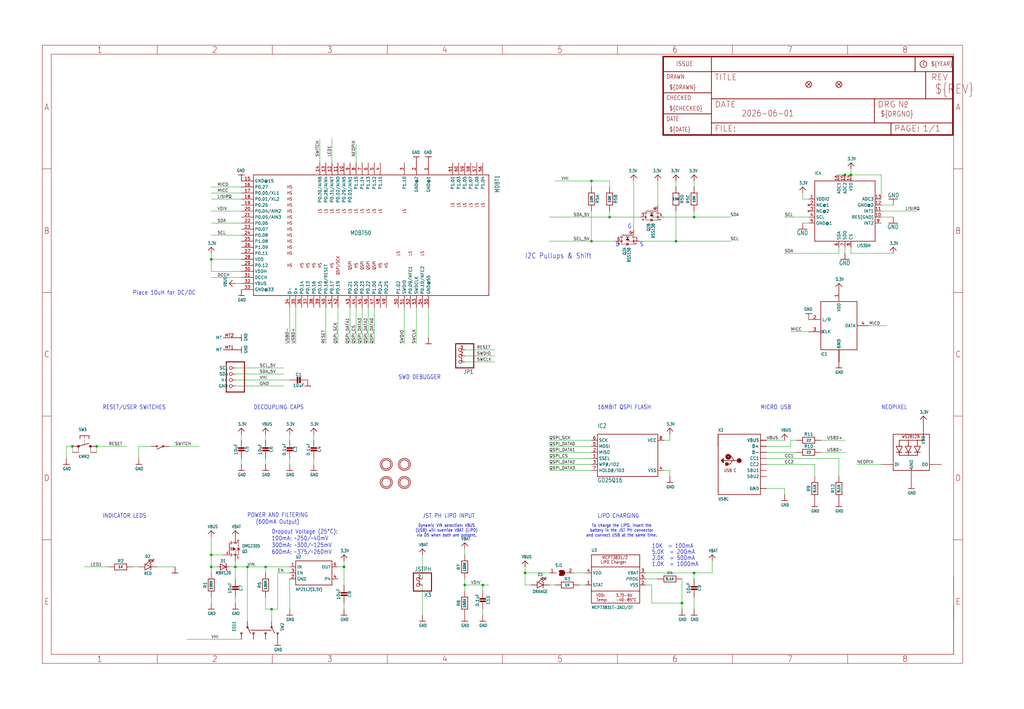
<source format=kicad_sch>
(kicad_sch (version 20230121) (generator eeschema)
  (paper "User" 430.962 298.602)
  (junction (at 292.1 241.3))
  (junction (at 287.02 254))
  (junction (at 99.06 238.76))
  (junction (at 203.2 246.38))
  (junction (at 104.14 238.76))
  (junction (at 88.9 238.76))
  (junction (at 220.98 241.3))
  (junction (at 358.14 73.66))
  (junction (at 256.54 91.44))
  (junction (at 111.76 238.76))
  (junction (at 144.78 238.76))
  (junction (at 292.1 91.44))
  (junction (at 40.64 187.96))
  (junction (at 248.92 76.2))
  (junction (at 88.9 109.22))
  (junction (at 195.58 246.38))
  (junction (at 88.9 233.68))
  (junction (at 248.92 101.6))
  (junction (at 284.48 101.6))
  (junction (at 30.48 187.96))
  (junction (at 355.6 73.66))
  (junction (at 114.3 256.54))
  (wire (pts (xy 99.06 243.84) (xy 99.06 238.76)) (stroke (width 0.1524)))
  (wire (pts (xy 88.9 109.22) (xy 88.9 106.68)) (stroke (width 0.1524)))
  (wire (pts (xy 248.92 187.96) (xy 231.14 187.96)) (stroke (width 0.1524)))
  (wire (pts (xy 337.82 83.82) (xy 337.82 81.28)) (stroke (width 0.1524)))
  (wire (pts (xy 256.54 91.44) (xy 231.14 91.44)) (stroke (width 0.1524)))
  (wire (pts (xy 116.84 241.3) (xy 116.84 256.54)) (stroke (width 0.1524)))
  (wire (pts (xy 208.28 149.86) (xy 195.58 149.86)) (stroke (width 0.1524)))
  (wire (pts (xy 276.86 86.36) (xy 276.86 76.2)) (stroke (width 0.1524)))
  (wire (pts (xy 231.14 190.5) (xy 248.92 190.5)) (stroke (width 0.1524)))
  (wire (pts (xy 71.12 187.96) (xy 83.82 187.96)) (stroke (width 0.1524)))
  (wire (pts (xy 358.14 73.66) (xy 355.6 73.66)) (stroke (width 0.1524)))
  (wire (pts (xy 121.92 243.84) (xy 121.92 256.54)) (stroke (width 0.1524)))
  (wire (pts (xy 121.92 193.04) (xy 121.92 195.58)) (stroke (width 0.1524)))
  (wire (pts (xy 284.48 101.6) (xy 307.34 101.6)) (stroke (width 0.1524)))
  (wire (pts (xy 104.14 261.62) (xy 104.14 238.76)) (stroke (width 0.1524)))
  (wire (pts (xy 152.4 129.54) (xy 152.4 144.78)) (stroke (width 0.1524)))
  (wire (pts (xy 101.6 114.3) (xy 88.9 114.3)) (stroke (width 0.1524)))
  (wire (pts (xy 279.4 91.44) (xy 292.1 91.44)) (stroke (width 0.1524)))
  (wire (pts (xy 144.78 246.38) (xy 144.78 238.76)) (stroke (width 0.1524)))
  (wire (pts (xy 111.76 241.3) (xy 111.76 238.76)) (stroke (width 0.1524)))
  (wire (pts (xy 111.76 185.42) (xy 111.76 182.88)) (stroke (width 0.1524)))
  (wire (pts (xy 104.14 238.76) (xy 111.76 238.76)) (stroke (width 0.1524)))
  (wire (pts (xy 101.6 185.42) (xy 101.6 182.88)) (stroke (width 0.1524)))
  (wire (pts (xy 330.2 185.42) (xy 322.58 185.42)) (stroke (width 0.1524)))
  (wire (pts (xy 88.9 238.76) (xy 88.9 233.68)) (stroke (width 0.1524)))
  (wire (pts (xy 274.32 254) (xy 287.02 254)) (stroke (width 0.1524)))
  (wire (pts (xy 266.7 96.52) (xy 266.7 76.2)) (stroke (width 0.1524)))
  (wire (pts (xy 101.6 269.24) (xy 78.74 269.24)) (stroke (width 0.1524)))
  (wire (pts (xy 248.92 101.6) (xy 231.14 101.6)) (stroke (width 0.1524)))
  (wire (pts (xy 358.14 71.12) (xy 358.14 73.66)) (stroke (width 0.1524)))
  (wire (pts (xy 99.06 236.22) (xy 99.06 238.76)) (stroke (width 0.1524)))
  (wire (pts (xy 132.08 185.42) (xy 132.08 182.88)) (stroke (width 0.1524)))
  (wire (pts (xy 101.6 93.98) (xy 88.9 93.98)) (stroke (width 0.1524)))
  (wire (pts (xy 340.36 83.82) (xy 337.82 83.82)) (stroke (width 0.1524)))
  (wire (pts (xy 101.6 83.82) (xy 88.9 83.82)) (stroke (width 0.1524)))
  (wire (pts (xy 88.9 114.3) (xy 88.9 109.22)) (stroke (width 0.1524)))
  (wire (pts (xy 30.48 187.96) (xy 30.48 190.5)) (stroke (width 0.1524)))
  (wire (pts (xy 27.94 187.96) (xy 27.94 193.04)) (stroke (width 0.1524)))
  (wire (pts (xy 322.58 190.5) (xy 335.28 190.5)) (stroke (width 0.1524)))
  (wire (pts (xy 134.62 68.58) (xy 134.62 58.42)) (stroke (width 0.1524)))
  (wire (pts (xy 101.6 81.28) (xy 88.9 81.28)) (stroke (width 0.1524)))
  (wire (pts (xy 99.06 157.48) (xy 119.38 157.48)) (stroke (width 0.1524)))
  (wire (pts (xy 58.42 187.96) (xy 58.42 193.04)) (stroke (width 0.1524)))
  (wire (pts (xy 177.8 259.08) (xy 177.8 246.38)) (stroke (width 0.1524)))
  (wire (pts (xy 40.64 187.96) (xy 53.34 187.96)) (stroke (width 0.1524)))
  (wire (pts (xy 195.58 147.32) (xy 208.28 147.32)) (stroke (width 0.1524)))
  (wire (pts (xy 340.36 91.44) (xy 330.2 91.44)) (stroke (width 0.1524)))
  (wire (pts (xy 88.9 241.3) (xy 88.9 238.76)) (stroke (width 0.1524)))
  (wire (pts (xy 101.6 116.84) (xy 88.9 116.84)) (stroke (width 0.1524)))
  (wire (pts (xy 248.92 88.9) (xy 248.92 101.6)) (stroke (width 0.1524)))
  (wire (pts (xy 259.08 101.6) (xy 248.92 101.6)) (stroke (width 0.1524)))
  (wire (pts (xy 63.5 187.96) (xy 58.42 187.96)) (stroke (width 0.1524)))
  (wire (pts (xy 231.14 198.12) (xy 248.92 198.12)) (stroke (width 0.1524)))
  (wire (pts (xy 137.16 129.54) (xy 137.16 144.78)) (stroke (width 0.1524)))
  (wire (pts (xy 195.58 243.84) (xy 195.58 246.38)) (stroke (width 0.1524)))
  (wire (pts (xy 99.06 251.46) (xy 99.06 254)) (stroke (width 0.1524)))
  (wire (pts (xy 99.06 162.56) (xy 119.38 162.56)) (stroke (width 0.1524)))
  (wire (pts (xy 365.76 137.16) (xy 373.38 137.16)) (stroke (width 0.1524)))
  (wire (pts (xy 375.92 106.68) (xy 358.14 106.68)) (stroke (width 0.1524)))
  (wire (pts (xy 269.24 101.6) (xy 284.48 101.6)) (stroke (width 0.1524)))
  (wire (pts (xy 256.54 78.74) (xy 256.54 76.2)) (stroke (width 0.1524)))
  (wire (pts (xy 248.92 76.2) (xy 256.54 76.2)) (stroke (width 0.1524)))
  (wire (pts (xy 287.02 243.84) (xy 287.02 254)) (stroke (width 0.1524)))
  (wire (pts (xy 45.72 238.76) (xy 35.56 238.76)) (stroke (width 0.1524)))
  (wire (pts (xy 111.76 256.54) (xy 111.76 251.46)) (stroke (width 0.1524)))
  (wire (pts (xy 195.58 246.38) (xy 203.2 246.38)) (stroke (width 0.1524)))
  (wire (pts (xy 195.58 246.38) (xy 195.58 248.92)) (stroke (width 0.1524)))
  (wire (pts (xy 111.76 193.04) (xy 111.76 195.58)) (stroke (width 0.1524)))
  (wire (pts (xy 281.94 198.12) (xy 281.94 200.66)) (stroke (width 0.1524)))
  (wire (pts (xy 292.1 241.3) (xy 299.72 241.3)) (stroke (width 0.1524)))
  (wire (pts (xy 101.6 78.74) (xy 88.9 78.74)) (stroke (width 0.1524)))
  (wire (pts (xy 292.1 91.44) (xy 307.34 91.44)) (stroke (width 0.1524)))
  (wire (pts (xy 220.98 246.38) (xy 220.98 241.3)) (stroke (width 0.1524)))
  (wire (pts (xy 322.58 187.96) (xy 332.74 187.96)) (stroke (width 0.1524)))
  (wire (pts (xy 195.58 231.14) (xy 195.58 233.68)) (stroke (width 0.1524)))
  (wire (pts (xy 271.78 243.84) (xy 276.86 243.84)) (stroke (width 0.1524)))
  (wire (pts (xy 114.3 261.62) (xy 114.3 256.54)) (stroke (width 0.1524)))
  (wire (pts (xy 284.48 78.74) (xy 284.48 76.2)) (stroke (width 0.1524)))
  (wire (pts (xy 248.92 185.42) (xy 231.14 185.42)) (stroke (width 0.1524)))
  (wire (pts (xy 195.58 152.4) (xy 208.28 152.4)) (stroke (width 0.1524)))
  (wire (pts (xy 355.6 185.42) (xy 345.44 185.42)) (stroke (width 0.1524)))
  (wire (pts (xy 121.92 238.76) (xy 111.76 238.76)) (stroke (width 0.1524)))
  (wire (pts (xy 248.92 76.2) (xy 248.92 78.74)) (stroke (width 0.1524)))
  (wire (pts (xy 223.52 246.38) (xy 220.98 246.38)) (stroke (width 0.1524)))
  (wire (pts (xy 292.1 243.84) (xy 292.1 241.3)) (stroke (width 0.1524)))
  (wire (pts (xy 269.24 91.44) (xy 256.54 91.44)) (stroke (width 0.1524)))
  (wire (pts (xy 149.86 68.58) (xy 149.86 60.96)) (stroke (width 0.1524)))
  (wire (pts (xy 370.84 73.66) (xy 358.14 73.66)) (stroke (width 0.1524)))
  (wire (pts (xy 322.58 205.74) (xy 330.2 205.74)) (stroke (width 0.1524)))
  (wire (pts (xy 358.14 106.68) (xy 358.14 104.14)) (stroke (width 0.1524)))
  (wire (pts (xy 144.78 254) (xy 144.78 256.54)) (stroke (width 0.1524)))
  (wire (pts (xy 121.92 241.3) (xy 116.84 241.3)) (stroke (width 0.1524)))
  (wire (pts (xy 370.84 91.44) (xy 375.92 91.44)) (stroke (width 0.1524)))
  (wire (pts (xy 101.6 109.22) (xy 88.9 109.22)) (stroke (width 0.1524)))
  (wire (pts (xy 279.4 198.12) (xy 281.94 198.12)) (stroke (width 0.1524)))
  (wire (pts (xy 175.26 129.54) (xy 175.26 144.78)) (stroke (width 0.1524)))
  (wire (pts (xy 177.8 233.68) (xy 177.8 243.84)) (stroke (width 0.1524)))
  (wire (pts (xy 233.68 76.2) (xy 248.92 76.2)) (stroke (width 0.1524)))
  (wire (pts (xy 355.6 73.66) (xy 353.06 73.66)) (stroke (width 0.1524)))
  (wire (pts (xy 170.18 129.54) (xy 170.18 144.78)) (stroke (width 0.1524)))
  (wire (pts (xy 284.48 88.9) (xy 284.48 101.6)) (stroke (width 0.1524)))
  (wire (pts (xy 99.06 238.76) (xy 104.14 238.76)) (stroke (width 0.1524)))
  (wire (pts (xy 88.9 254) (xy 88.9 251.46)) (stroke (width 0.1524)))
  (wire (pts (xy 353.06 193.04) (xy 353.06 200.66)) (stroke (width 0.1524)))
  (wire (pts (xy 322.58 195.58) (xy 342.9 195.58)) (stroke (width 0.1524)))
  (wire (pts (xy 274.32 246.38) (xy 274.32 254)) (stroke (width 0.1524)))
  (wire (pts (xy 149.86 144.78) (xy 149.86 129.54)) (stroke (width 0.1524)))
  (wire (pts (xy 281.94 185.42) (xy 281.94 182.88)) (stroke (width 0.1524)))
  (wire (pts (xy 157.48 129.54) (xy 157.48 144.78)) (stroke (width 0.1524)))
  (wire (pts (xy 142.24 144.78) (xy 142.24 129.54)) (stroke (width 0.1524)))
  (wire (pts (xy 231.14 193.04) (xy 248.92 193.04)) (stroke (width 0.1524)))
  (wire (pts (xy 256.54 88.9) (xy 256.54 91.44)) (stroke (width 0.1524)))
  (wire (pts (xy 355.6 190.5) (xy 345.44 190.5)) (stroke (width 0.1524)))
  (wire (pts (xy 99.06 160.02) (xy 121.92 160.02)) (stroke (width 0.1524)))
  (wire (pts (xy 370.84 195.58) (xy 360.68 195.58)) (stroke (width 0.1524)))
  (wire (pts (xy 231.14 246.38) (xy 233.68 246.38)) (stroke (width 0.1524)))
  (wire (pts (xy 241.3 241.3) (xy 246.38 241.3)) (stroke (width 0.1524)))
  (wire (pts (xy 101.6 88.9) (xy 88.9 88.9)) (stroke (width 0.1524)))
  (wire (pts (xy 337.82 93.98) (xy 340.36 93.98)) (stroke (width 0.1524)))
  (wire (pts (xy 231.14 195.58) (xy 248.92 195.58)) (stroke (width 0.1524)))
  (wire (pts (xy 271.78 246.38) (xy 274.32 246.38)) (stroke (width 0.1524)))
  (wire (pts (xy 279.4 185.42) (xy 281.94 185.42)) (stroke (width 0.1524)))
  (wire (pts (xy 121.92 185.42) (xy 121.92 182.88)) (stroke (width 0.1524)))
  (wire (pts (xy 99.06 154.94) (xy 119.38 154.94)) (stroke (width 0.1524)))
  (wire (pts (xy 299.72 236.22) (xy 299.72 241.3)) (stroke (width 0.1524)))
  (wire (pts (xy 353.06 104.14) (xy 353.06 106.68)) (stroke (width 0.1524)))
  (wire (pts (xy 342.9 195.58) (xy 342.9 200.66)) (stroke (width 0.1524)))
  (wire (pts (xy 114.3 256.54) (xy 111.76 256.54)) (stroke (width 0.1524)))
  (wire (pts (xy 154.94 129.54) (xy 154.94 144.78)) (stroke (width 0.1524)))
  (wire (pts (xy 101.6 99.06) (xy 88.9 99.06)) (stroke (width 0.1524)))
  (wire (pts (xy 203.2 246.38) (xy 205.74 246.38)) (stroke (width 0.1524)))
  (wire (pts (xy 40.64 190.5) (xy 40.64 187.96)) (stroke (width 0.1524)))
  (wire (pts (xy 322.58 193.04) (xy 353.06 193.04)) (stroke (width 0.1524)))
  (wire (pts (xy 287.02 254) (xy 287.02 256.54)) (stroke (width 0.1524)))
  (wire (pts (xy 116.84 256.54) (xy 114.3 256.54)) (stroke (width 0.1524)))
  (wire (pts (xy 132.08 193.04) (xy 132.08 195.58)) (stroke (width 0.1524)))
  (wire (pts (xy 243.84 246.38) (xy 246.38 246.38)) (stroke (width 0.1524)))
  (wire (pts (xy 101.6 119.38) (xy 99.06 119.38)) (stroke (width 0.1524)))
  (wire (pts (xy 93.98 233.68) (xy 88.9 233.68)) (stroke (width 0.1524)))
  (wire (pts (xy 355.6 106.68) (xy 355.6 104.14)) (stroke (width 0.1524)))
  (wire (pts (xy 147.32 144.78) (xy 147.32 129.54)) (stroke (width 0.1524)))
  (wire (pts (xy 292.1 78.74) (xy 292.1 76.2)) (stroke (width 0.1524)))
  (wire (pts (xy 332.74 187.96) (xy 332.74 185.42)) (stroke (width 0.1524)))
  (wire (pts (xy 292.1 241.3) (xy 271.78 241.3)) (stroke (width 0.1524)))
  (wire (pts (xy 203.2 246.38) (xy 203.2 248.92)) (stroke (width 0.1524)))
  (wire (pts (xy 88.9 233.68) (xy 88.9 226.06)) (stroke (width 0.1524)))
  (wire (pts (xy 180.34 142.24) (xy 180.34 129.54)) (stroke (width 0.1524)))
  (wire (pts (xy 292.1 88.9) (xy 292.1 91.44)) (stroke (width 0.1524)))
  (wire (pts (xy 101.6 193.04) (xy 101.6 195.58)) (stroke (width 0.1524)))
  (wire (pts (xy 139.7 68.58) (xy 139.7 58.42)) (stroke (width 0.1524)))
  (wire (pts (xy 220.98 241.3) (xy 231.14 241.3)) (stroke (width 0.1524)))
  (wire (pts (xy 370.84 86.36) (xy 375.92 86.36)) (stroke (width 0.1524)))
  (wire (pts (xy 91.44 238.76) (xy 88.9 238.76)) (stroke (width 0.1524)))
  (wire (pts (xy 124.46 129.54) (xy 124.46 144.78)) (stroke (width 0.1524)))
  (wire (pts (xy 370.84 88.9) (xy 386.08 88.9)) (stroke (width 0.1524)))
  (wire (pts (xy 340.36 139.7) (xy 332.74 139.7)) (stroke (width 0.1524)))
  (wire (pts (xy 142.24 238.76) (xy 144.78 238.76)) (stroke (width 0.1524)))
  (wire (pts (xy 220.98 238.76) (xy 220.98 241.3)) (stroke (width 0.1524)))
  (wire (pts (xy 58.42 238.76) (xy 55.88 238.76)) (stroke (width 0.1524)))
  (wire (pts (xy 330.2 205.74) (xy 330.2 208.28)) (stroke (width 0.1524)))
  (wire (pts (xy 144.78 238.76) (xy 144.78 236.22)) (stroke (width 0.1524)))
  (wire (pts (xy 370.84 83.82) (xy 370.84 73.66)) (stroke (width 0.1524)))
  (wire (pts (xy 96.52 238.76) (xy 99.06 238.76)) (stroke (width 0.1524)))
  (wire (pts (xy 203.2 259.08) (xy 203.2 256.54)) (stroke (width 0.1524)))
  (wire (pts (xy 121.92 144.78) (xy 121.92 129.54)) (stroke (width 0.1524)))
  (wire (pts (xy 30.48 187.96) (xy 27.94 187.96)) (stroke (width 0.1524)))
  (wire (pts (xy 292.1 251.46) (xy 292.1 256.54)) (stroke (width 0.1524)))
  (wire (pts (xy 353.06 106.68) (xy 330.2 106.68)) (stroke (width 0.1524)))
  (wire (pts (xy 73.66 238.76) (xy 66.04 238.76)) (stroke (width 0.1524)))
  (wire (pts (xy 332.74 185.42) (xy 335.28 185.42)) (stroke (width 0.1524)))
  (text "Dropout Voltage (25°C):\n100mA: ~250/~40mV\n300mA: ~300/~125mV\n600mA: ~375/~260mV" (at 114.3 233.68 0) (effects (font (size 1.778 1.5113)) (justify left bottom)))
  (text "10K  = 100mA" (at 274.32 231.14 0) (effects (font (size 1.778 1.5113)) (justify left bottom)))
  (text "G" (at 264.16 96.52 0) (effects (font (size 1.778 1.5113)) (justify left bottom)))
  (text "16MBIT QSPI FLASH" (at 251.46 172.72 0) (effects (font (size 1.778 1.5113)) (justify left bottom)))
  (text "To charge the LIPO, insert the\nbattery in the JST PH connector\nand connect USB at the same time." (at 261.62 223.52 0) (effects (font (size 1.27 1.0795))))
  (text "POWER AND FILTERING\n(600mA Output)" (at 116.84 220.98 0) (effects (font (size 1.778 1.5113)) (justify bottom)))
  (text "1.0K  = 1000mA" (at 274.32 238.76 0) (effects (font (size 1.778 1.5113)) (justify left bottom)))
  (text "DECOUPLING CAPS" (at 106.68 172.72 0) (effects (font (size 1.778 1.5113)) (justify left bottom)))
  (text "RESET/USER SWITCHES" (at 43.18 172.72 0) (effects (font (size 1.778 1.5113)) (justify left bottom)))
  (text "MICRO USB" (at 320.04 172.72 0) (effects (font (size 1.778 1.5113)) (justify left bottom)))
  (text "LIPO CHARGING" (at 251.46 218.44 0) (effects (font (size 1.778 1.5113)) (justify left bottom)))
  (text "D" (at 259.08 104.14 0) (effects (font (size 1.778 1.5113)) (justify left bottom)))
  (text "INDICATOR LEDS" (at 43.18 218.44 0) (effects (font (size 1.778 1.5113)) (justify left bottom)))
  (text "I2C Pullups & Shift" (at 220.98 109.22 0) (effects (font (size 2.1844 1.8567)) (justify left bottom)))
  (text "JST PH LIPO INPUT" (at 177.8 218.44 0) (effects (font (size 1.778 1.5113)) (justify left bottom)))
  (text "SWD DEBUGGER" (at 167.64 160.02 0) (effects (font (size 1.778 1.5113)) (justify left bottom)))
  (text "S" (at 269.24 104.14 0) (effects (font (size 1.778 1.5113)) (justify left bottom)))
  (text "NEOPIXEL" (at 370.84 172.72 0) (effects (font (size 1.778 1.5113)) (justify left bottom)))
  (text "5.0K  = 200mA" (at 274.32 233.68 0) (effects (font (size 1.778 1.5113)) (justify left bottom)))
  (text "2.0K  = 500mA" (at 274.32 236.22 0) (effects (font (size 1.778 1.5113)) (justify left bottom)))
  (text "Place 10uH for DC/DC" (at 55.88 124.46 0) (effects (font (size 1.778 1.5113)) (justify left bottom)))
  (text "Dynamic VIN selection: VBUS\n(USB) will override VBAT (LIPO)\nvia D5 when both are present." (at 187.96 223.52 0) (effects (font (size 1.27 1.0795))))
  (label "LED1" (at 139.7 66.04 90) (effects (font (size 1.2446 1.2446))))
  (label "QSPI_DATA1" (at 147.32 144.78 90) (effects (font (size 1.2446 1.2446))))
  (label "GND" (at 109.22 162.56 0) (effects (font (size 1.2446 1.2446))))
  (label "SWCLK" (at 175.26 144.78 90) (effects (font (size 1.2446 1.2446))))
  (label "QSPI_CS" (at 231.14 193.04 0) (effects (font (size 1.2446 1.2446))))
  (label "LISIRQ" (at 381 88.9 0) (effects (font (size 1.2446 1.2446))))
  (label "QSPI_SCK" (at 142.24 144.78 90) (effects (font (size 1.2446 1.2446))))
  (label "VHI" (at 236.22 76.2 0) (effects (font (size 1.2446 1.2446))))
  (label "QSPI_DATA2" (at 231.14 195.58 0) (effects (font (size 1.2446 1.2446))))
  (label "MICC" (at 332.74 139.7 0) (effects (font (size 1.2446 1.2446))))
  (label "SCL_5V" (at 109.22 154.94 0) (effects (font (size 1.2446 1.2446))))
  (label "NEOPIX" (at 360.68 195.58 0) (effects (font (size 1.2446 1.2446))))
  (label "USBD-" (at 121.92 144.78 90) (effects (font (size 1.2446 1.2446))))
  (label "SCL_5V" (at 241.3 101.6 0) (effects (font (size 1.2446 1.2446))))
  (label "VDIV" (at 198.12 246.38 0) (effects (font (size 1.2446 1.2446))))
  (label "MICD" (at 91.44 78.74 0) (effects (font (size 1.2446 1.2446))))
  (label "LISIRQ" (at 91.44 83.82 0) (effects (font (size 1.2446 1.2446))))
  (label "LED1" (at 38.1 238.76 0) (effects (font (size 1.2446 1.2446))))
  (label "SCL" (at 307.34 101.6 0) (effects (font (size 1.2446 1.2446))))
  (label "QSPI_DATA2" (at 154.94 144.78 90) (effects (font (size 1.2446 1.2446))))
  (label "QSPI_DATA3" (at 152.4 144.78 90) (effects (font (size 1.2446 1.2446))))
  (label "SDA" (at 307.34 91.44 0) (effects (font (size 1.2446 1.2446))))
  (label "SDA_5V" (at 109.22 157.48 0) (effects (font (size 1.2446 1.2446))))
  (label "VHI" (at 88.9 269.24 0) (effects (font (size 1.2446 1.2446))))
  (label "SWITCH" (at 73.66 187.96 0) (effects (font (size 1.2446 1.2446))))
  (label "SDA" (at 330.2 106.68 0) (effects (font (size 1.2446 1.2446))))
  (label "VDIV" (at 91.44 88.9 0) (effects (font (size 1.2446 1.2446))))
  (label "USBD+" (at 347.98 185.42 0) (effects (font (size 1.2446 1.2446))))
  (label "VBUS" (at 322.58 185.42 0) (effects (font (size 1.2446 1.2446))))
  (label "NEOPIX" (at 149.86 66.04 90) (effects (font (size 1.2446 1.2446))))
  (label "QSPI_DATA0" (at 231.14 187.96 0) (effects (font (size 1.2446 1.2446))))
  (label "SDA_5V" (at 241.3 91.44 0) (effects (font (size 1.2446 1.2446))))
  (label "CC1" (at 330.2 193.04 0) (effects (font (size 1.2446 1.2446))))
  (label "SCL" (at 91.44 99.06 0) (effects (font (size 1.2446 1.2446))))
  (label "RESET" (at 45.72 187.96 0) (effects (font (size 1.2446 1.2446))))
  (label "RESET" (at 200.66 147.32 0) (effects (font (size 1.2446 1.2446))))
  (label "QSPI_DATA3" (at 231.14 198.12 0) (effects (font (size 1.2446 1.2446))))
  (label "SWDIO" (at 170.18 144.78 90) (effects (font (size 1.2446 1.2446))))
  (label "SWDIO" (at 200.66 149.86 0) (effects (font (size 1.2446 1.2446))))
  (label "MICC" (at 91.44 81.28 0) (effects (font (size 1.2446 1.2446))))
  (label "USBD+" (at 124.46 144.78 90) (effects (font (size 1.2446 1.2446))))
  (label "QSPI_CS" (at 149.86 144.78 90) (effects (font (size 1.2446 1.2446))))
  (label "CC2" (at 330.2 195.58 0) (effects (font (size 1.2446 1.2446))))
  (label "QSPI_DATA1" (at 231.14 190.5 0) (effects (font (size 1.2446 1.2446))))
  (label "QSPI_DATA0" (at 157.48 144.78 90) (effects (font (size 1.2446 1.2446))))
  (label "DCCH" (at 91.44 116.84 0) (effects (font (size 1.2446 1.2446))))
  (label "SWITCH" (at 134.62 66.04 90) (effects (font (size 1.2446 1.2446))))
  (label "MICD" (at 365.76 137.16 0) (effects (font (size 1.2446 1.2446))))
  (label "QSPI_SCK" (at 231.14 185.42 0) (effects (font (size 1.2446 1.2446))))
  (label "SCL" (at 330.2 91.44 0) (effects (font (size 1.2446 1.2446))))
  (label "VHI" (at 109.22 160.02 0) (effects (font (size 1.2446 1.2446))))
  (label "SDA" (at 91.44 93.98 0) (effects (font (size 1.2446 1.2446))))
  (label "VIN" (at 104.14 238.76 0) (effects (font (size 1.2446 1.2446))))
  (label "EN" (at 116.84 241.3 0) (effects (font (size 1.2446 1.2446))))
  (label "RESET" (at 137.16 144.78 90) (effects (font (size 1.2446 1.2446))))
  (label "USBD-" (at 347.98 190.5 0) (effects (font (size 1.2446 1.2446))))
  (label "SWCLK" (at 200.66 152.4 0) (effects (font (size 1.2446 1.2446))))
  (symbol (lib_id "working-eagle-import:adafruit_power_3.3V") (at 266.7 73.66 0) (mirror y) (unit 1)
    (property "Reference" "#U$61" (effects hide))
    (property "Value" "3.3V" (at 268.224 72.644 0) (effects (font (size 1.27 1.0795)) (justify left bottom)))
  )
  (symbol (lib_id "working-eagle-import:VBAT") (at 195.58 228.6 0) (unit 1)
    (property "Reference" "#U$58" (effects hide))
    (property "Value" "VBAT" (at 194.056 227.584 0) (effects (font (size 1.27 1.0795)) (justify left bottom)))
  )
  (symbol (lib_id "working-eagle-import:RESISTOR_0603_NOOUT") (at 238.76 246.38 0) (unit 1)
    (property "Reference" "R3" (at 238.76 243.84 0))
    (property "Value" "1K" (at 238.76 246.38 0) (effects (font (size 1.016 1.016) bold)))
    (property "Footprint" "working:0603-NO" (effects hide))
  )
  (symbol (lib_id "working-eagle-import:VREG_SOT23-5") (at 132.08 241.3 0) (unit 1)
    (property "Reference" "U2" (at 124.46 235.204 0) (effects (font (size 1.27 1.0795)) (justify left bottom)))
    (property "Value" "AP2112(3.3V)" (at 124.46 248.92 0) (effects (font (size 1.27 1.0795)) (justify left bottom)))
    (property "Footprint" "working:SOT23-5" (effects hide))
  )
  (symbol (lib_id "working-eagle-import:RESISTOR_4PACK") (at 256.54 83.82 270) (unit 2)
    (property "Reference" "R5" (at 259.08 83.82 0))
    (property "Value" "10K" (at 256.54 83.82 0) (effects (font (size 1.016 1.016) bold)))
    (property "Footprint" "working:RESPACK_4X0603" (effects hide))
  )
  (symbol (lib_id "working-eagle-import:MOUNTINGHOLE_SLOT4MM") (at 170.18 195.58 0) (unit 1)
    (property "Reference" "U$14" (effects hide))
    (property "Value" "MOUNTINGHOLE_SLOT4MM" (effects hide))
    (property "Footprint" "working:SLOT_4MM_PLATED" (effects hide))
  )
  (symbol (lib_id "working-eagle-import:GND") (at 330.2 210.82 0) (unit 1)
    (property "Reference" "#U$19" (effects hide))
    (property "Value" "GND" (at 328.676 213.36 0) (effects (font (size 1.27 1.0795)) (justify left bottom)))
  )
  (symbol (lib_id "working-eagle-import:HEADER-1X3ROUND") (at 193.04 149.86 180) (unit 1)
    (property "Reference" "JP1" (at 199.39 155.575 0) (effects (font (size 1.778 1.5113)) (justify left bottom)))
    (property "Value" "HEADER-1X3ROUND" (effects hide))
    (property "Footprint" "working:1X03_ROUND" (effects hide))
  )
  (symbol (lib_id "working-eagle-import:FIDUCIAL_1MM") (at 340.36 35.56 0) (unit 1)
    (property "Reference" "FID1" (effects hide))
    (property "Value" "FIDUCIAL_1MM" (effects hide))
    (property "Footprint" "working:FIDUCIAL_1MM" (effects hide))
  )
  (symbol (lib_id "working-eagle-import:GND") (at 111.76 198.12 0) (unit 1)
    (property "Reference" "#U$25" (effects hide))
    (property "Value" "GND" (at 110.236 200.66 0) (effects (font (size 1.27 1.0795)) (justify left bottom)))
  )
  (symbol (lib_id "working-eagle-import:VBUS") (at 330.2 182.88 0) (unit 1)
    (property "Reference" "#U$21" (effects hide))
    (property "Value" "VBUS" (at 328.676 181.864 0) (effects (font (size 1.27 1.0795)) (justify left bottom)))
  )
  (symbol (lib_id "working-eagle-import:MOSFET-N_DUAL") (at 274.32 88.9 90) (mirror x) (unit 2)
    (property "Reference" "Q2" (at 273.685 93.98 0) (effects (font (size 1.27 1.0795)) (justify left bottom)))
    (property "Value" "BSS138" (at 275.59 93.98 0) (effects (font (size 1.27 1.0795)) (justify left bottom)))
    (property "Footprint" "working:SOT363" (effects hide))
  )
  (symbol (lib_id "working-eagle-import:RESISTOR_4PACK") (at 292.1 83.82 90) (mirror x) (unit 3)
    (property "Reference" "R5" (at 289.56 83.82 0))
    (property "Value" "10K" (at 292.1 83.82 0) (effects (font (size 1.016 1.016) bold)))
    (property "Footprint" "working:RESPACK_4X0603" (effects hide))
  )
  (symbol (lib_id "working-eagle-import:GND") (at 116.84 271.78 0) (unit 1)
    (property "Reference" "#U$17" (effects hide))
    (property "Value" "GND" (at 115.316 274.32 0) (effects (font (size 1.27 1.0795)) (justify left bottom)))
  )
  (symbol (lib_id "working-eagle-import:RESISTOR_4PACK") (at 284.48 83.82 270) (mirror x) (unit 4)
    (property "Reference" "R5" (at 287.02 83.82 0))
    (property "Value" "10K" (at 284.48 83.82 90) (effects (font (size 1.016 1.016) bold)))
    (property "Footprint" "working:RESPACK_4X0603" (effects hide))
  )
  (symbol (lib_id "working-eagle-import:adafruit_power_3.3V") (at 276.86 73.66 0) (mirror y) (unit 1)
    (property "Reference" "#U$62" (effects hide))
    (property "Value" "3.3V" (at 278.384 72.644 0) (effects (font (size 1.27 1.0795)) (justify left bottom)))
  )
  (symbol (lib_id "working-eagle-import:FRAME_A3") (at 17.78 279.4 0) (unit 1)
    (property "Reference" "#FRAME1" (effects hide))
    (property "Value" "FRAME_A3" (effects hide))
  )
  (symbol (lib_id "working-eagle-import:VBAT") (at 299.72 233.68 0) (unit 1)
    (property "Reference" "#U$3" (effects hide))
    (property "Value" "VBAT" (at 298.196 232.664 0) (effects (font (size 1.27 1.0795)) (justify left bottom)))
  )
  (symbol (lib_id "working-eagle-import:MOUNTINGHOLE_SLOT4MM") (at 162.56 195.58 0) (unit 1)
    (property "Reference" "U$16" (effects hide))
    (property "Value" "MOUNTINGHOLE_SLOT4MM" (effects hide))
    (property "Footprint" "working:SLOT_4MM_PLATED" (effects hide))
  )
  (symbol (lib_id "working-eagle-import:STEMMA_I2C_QT") (at 99.06 142.24 180) (unit 3)
    (property "Reference" "CONN1" (effects hide))
    (property "Value" "STEMMA_I2C_QT" (effects hide))
    (property "Footprint" "working:JST_SH4" (effects hide))
  )
  (symbol (lib_id "working-eagle-import:GND") (at 101.6 147.32 90) (unit 1)
    (property "Reference" "#U$20" (effects hide))
    (property "Value" "GND" (at 104.14 148.844 0) (effects (font (size 1.27 1.0795)) (justify left bottom)))
  )
  (symbol (lib_id "working-eagle-import:GND") (at 175.26 66.04 180) (unit 1)
    (property "Reference" "#U$51" (effects hide))
    (property "Value" "GND" (at 176.784 63.5 0) (effects (font (size 1.27 1.0795)) (justify left bottom)))
  )
  (symbol (lib_id "working-eagle-import:LED0805_NOOUTLINE") (at 63.5 238.76 0) (unit 1)
    (property "Reference" "D2" (at 62.23 234.315 0) (effects (font (size 1.27 1.0795))))
    (property "Value" "RED" (at 62.23 241.554 0) (effects (font (size 1.27 1.0795))))
    (property "Footprint" "working:CHIPLED_0805_NOOUTLINE" (effects hide))
  )
  (symbol (lib_id "working-eagle-import:FRAME_A3") (at 279.4 58.42 0) (unit 3)
    (property "Reference" "#FRAME1" (effects hide))
    (property "Value" "FRAME_A3" (effects hide))
  )
  (symbol (lib_id "working-eagle-import:CAP_CERAMIC0805-NOOUTLINE") (at 101.6 187.96 180) (unit 1)
    (property "Reference" "C5" (at 103.89 189.21 90))
    (property "Value" "10uF" (at 99.3 189.21 90))
    (property "Footprint" "working:0805-NO" (effects hide))
  )
  (symbol (lib_id "working-eagle-import:GND") (at 180.34 144.78 0) (unit 1)
    (property "Reference" "#U$54" (effects hide))
    (property "Value" "GND" (effects hide))
  )
  (symbol (lib_id "working-eagle-import:GND") (at 144.78 259.08 0) (unit 1)
    (property "Reference" "#U$5" (effects hide))
    (property "Value" "GND" (at 143.256 261.62 0) (effects (font (size 1.27 1.0795)) (justify left bottom)))
  )
  (symbol (lib_id "working-eagle-import:CAP_CERAMIC0805-NOOUTLINE") (at 124.46 160.02 270) (unit 1)
    (property "Reference" "C1" (at 125.71 157.73 90))
    (property "Value" "10uF" (at 125.71 162.32 90))
    (property "Footprint" "working:0805-NO" (effects hide))
  )
  (symbol (lib_id "working-eagle-import:GND") (at 58.42 195.58 0) (unit 1)
    (property "Reference" "#U$8" (effects hide))
    (property "Value" "GND" (at 56.896 198.12 0) (effects (font (size 1.27 1.0795)) (justify left bottom)))
  )
  (symbol (lib_id "working-eagle-import:VBUS") (at 111.76 180.34 0) (unit 1)
    (property "Reference" "#U$29" (effects hide))
    (property "Value" "VBUS" (at 110.236 179.324 0) (effects (font (size 1.27 1.0795)) (justify left bottom)))
  )
  (symbol (lib_id "working-eagle-import:GND") (at 342.9 213.36 0) (unit 1)
    (property "Reference" "#U$26" (effects hide))
    (property "Value" "GND" (at 341.376 215.9 0) (effects (font (size 1.27 1.0795)) (justify left bottom)))
  )
  (symbol (lib_id "working-eagle-import:GND") (at 353.06 213.36 0) (unit 1)
    (property "Reference" "#U$27" (effects hide))
    (property "Value" "GND" (at 351.536 215.9 0) (effects (font (size 1.27 1.0795)) (justify left bottom)))
  )
  (symbol (lib_id "working-eagle-import:CAP_CERAMIC0805-NOOUTLINE") (at 144.78 248.92 180) (unit 1)
    (property "Reference" "C8" (at 147.07 250.17 90))
    (property "Value" "10uF" (at 142.48 250.17 90))
    (property "Footprint" "working:0805-NO" (effects hide))
  )
  (symbol (lib_id "working-eagle-import:GND") (at 88.9 256.54 0) (unit 1)
    (property "Reference" "#U$44" (effects hide))
    (property "Value" "GND" (at 87.376 259.08 0) (effects (font (size 1.27 1.0795)) (justify left bottom)))
  )
  (symbol (lib_id "working-eagle-import:RESISTOR_0603_NOOUT") (at 195.58 238.76 90) (unit 1)
    (property "Reference" "R7" (at 193.04 238.76 0))
    (property "Value" "100K" (at 195.58 238.76 0) (effects (font (size 1.016 1.016) bold)))
    (property "Footprint" "working:0603-NO" (effects hide))
  )
  (symbol (lib_id "working-eagle-import:ACCEL_LIS3DHTR") (at 355.6 88.9 0) (unit 1)
    (property "Reference" "IC4" (at 342.9 73.66 0) (effects (font (size 1.27 1.0795)) (justify left bottom)))
    (property "Value" "LIS3DH" (at 360.68 104.14 0) (effects (font (size 1.27 1.0795)) (justify left bottom)))
    (property "Footprint" "working:LGA16_3X3MM" (effects hide))
  )
  (symbol (lib_id "working-eagle-import:CAP_CERAMIC0805-NOOUTLINE") (at 111.76 187.96 180) (unit 1)
    (property "Reference" "C6" (at 114.05 189.21 90))
    (property "Value" "10uF" (at 109.46 189.21 90))
    (property "Footprint" "working:0805-NO" (effects hide))
  )
  (symbol (lib_id "working-eagle-import:RESISTOR_0603_NOOUT") (at 281.94 243.84 0) (unit 1)
    (property "Reference" "R4" (at 281.94 241.3 0))
    (property "Value" "5.1K" (at 281.94 243.84 0) (effects (font (size 1.016 1.016) bold)))
    (property "Footprint" "working:0603-NO" (effects hide))
  )
  (symbol (lib_id "working-eagle-import:GND") (at 383.54 205.74 0) (unit 1)
    (property "Reference" "#U$60" (effects hide))
    (property "Value" "GND" (at 382.016 208.28 0) (effects (font (size 1.27 1.0795)) (justify left bottom)))
  )
  (symbol (lib_id "working-eagle-import:MCP73831/2") (at 259.08 243.84 0) (unit 1)
    (property "Reference" "U3" (at 248.92 232.41 0) (effects (font (size 1.27 1.0795)) (justify left bottom)))
    (property "Value" "MCP73831T-2ACI/OT" (at 248.92 256.54 0) (effects (font (size 1.27 1.0795)) (justify left bottom)))
    (property "Footprint" "working:SOT23-5" (effects hide))
  )
  (symbol (lib_id "working-eagle-import:3.3V") (at 353.06 119.38 0) (unit 1)
    (property "Reference" "#U$46" (effects hide))
    (property "Value" "3.3V" (at 351.536 118.364 0) (effects (font (size 1.27 1.0795)) (justify left bottom)))
  )
  (symbol (lib_id "working-eagle-import:GND") (at 340.36 132.08 180) (unit 1)
    (property "Reference" "#U$50" (effects hide))
    (property "Value" "GND" (at 341.884 129.54 0) (effects (font (size 1.27 1.0795)) (justify left bottom)))
  )
  (symbol (lib_id "working-eagle-import:STEMMA_I2C_QT") (at 99.06 147.32 180) (unit 2)
    (property "Reference" "CONN1" (effects hide))
    (property "Value" "STEMMA_I2C_QT" (effects hide))
    (property "Footprint" "working:JST_SH4" (effects hide))
  )
  (symbol (lib_id "working-eagle-import:adafruit_power_3.3V") (at 284.48 73.66 0) (mirror y) (unit 1)
    (property "Reference" "#U$52" (effects hide))
    (property "Value" "3.3V" (at 286.004 72.644 0) (effects (font (size 1.27 1.0795)) (justify left bottom)))
  )
  (symbol (lib_id "working-eagle-import:GND") (at 287.02 259.08 0) (unit 1)
    (property "Reference" "#U$36" (effects hide))
    (property "Value" "GND" (at 285.496 261.62 0) (effects (font (size 1.27 1.0795)) (justify left bottom)))
  )
  (symbol (lib_id "working-eagle-import:supply1_GND") (at 337.82 96.52 0) (unit 1)
    (property "Reference" "#GND5" (effects hide))
    (property "Value" "GND" (at 335.28 99.06 0) (effects (font (size 1.778 1.5113)) (justify left bottom)))
  )
  (symbol (lib_id "working-eagle-import:GND") (at 73.66 241.3 0) (unit 1)
    (property "Reference" "#U$15" (effects hide))
    (property "Value" "GND" (effects hide))
  )
  (symbol (lib_id "working-eagle-import:GND") (at 101.6 198.12 0) (unit 1)
    (property "Reference" "#U$42" (effects hide))
    (property "Value" "GND" (at 100.076 200.66 0) (effects (font (size 1.27 1.0795)) (justify left bottom)))
  )
  (symbol (lib_id "working-eagle-import:3.3V") (at 132.08 180.34 0) (unit 1)
    (property "Reference" "#U$35" (effects hide))
    (property "Value" "3.3V" (at 130.556 179.324 0) (effects (font (size 1.27 1.0795)) (justify left bottom)))
  )
  (symbol (lib_id "working-eagle-import:SOLDERJUMPER") (at 236.22 241.3 0) (unit 1)
    (property "Reference" "SJ1" (at 233.68 238.76 0) (effects (font (size 1.27 1.0795)) (justify left bottom)))
    (property "Value" "SOLDERJUMPER" (effects hide))
    (property "Footprint" "working:SOLDERJUMPER_ARROW_NOPASTE" (effects hide))
  )
  (symbol (lib_id "working-eagle-import:LED0805_NOOUTLINE") (at 228.6 246.38 0) (unit 1)
    (property "Reference" "D3" (at 227.33 241.935 0) (effects (font (size 1.27 1.0795))))
    (property "Value" "ORANGE" (at 227.33 249.174 0) (effects (font (size 1.27 1.0795))))
    (property "Footprint" "working:CHIPLED_0805_NOOUTLINE" (effects hide))
  )
  (symbol (lib_id "working-eagle-import:VBAT") (at 99.06 223.52 0) (unit 1)
    (property "Reference" "#U$43" (effects hide))
    (property "Value" "VBAT" (at 97.536 222.504 0) (effects (font (size 1.27 1.0795)) (justify left bottom)))
  )
  (symbol (lib_id "working-eagle-import:CAP_CERAMIC0603_NO") (at 203.2 251.46 180) (unit 1)
    (property "Reference" "C10" (at 205.49 252.71 90))
    (property "Value" "0.1uF" (at 200.9 252.71 90))
    (property "Footprint" "working:0603-NO" (effects hide))
  )
  (symbol (lib_id "working-eagle-import:3.3V") (at 358.14 68.58 0) (unit 1)
    (property "Reference" "#U$39" (effects hide))
    (property "Value" "3.3V" (at 356.616 67.564 0) (effects (font (size 1.27 1.0795)) (justify left bottom)))
  )
  (symbol (lib_id "working-eagle-import:MDBT50") (at 157.48 99.06 270) (unit 1)
    (property "Reference" "MDBT1" (at 208.28 73.66 0) (effects (font (size 1.778 1.5113)) (justify left bottom)))
    (property "Value" "MDBT50" (at 147.32 99.06 90) (effects (font (size 1.778 1.5113)) (justify left bottom)))
    (property "Footprint" "working:MDBT50" (effects hide))
  )
  (symbol (lib_id "working-eagle-import:RESISTOR_0603_NOOUT") (at 50.8 238.76 0) (unit 1)
    (property "Reference" "R2" (at 50.8 236.22 0))
    (property "Value" "1K" (at 50.8 238.76 0) (effects (font (size 1.016 1.016) bold)))
    (property "Footprint" "working:0603-NO" (effects hide))
  )
  (symbol (lib_id "working-eagle-import:MOUNTINGHOLE_SLOT4MM") (at 162.56 203.2 0) (unit 1)
    (property "Reference" "U$10" (effects hide))
    (property "Value" "MOUNTINGHOLE_SLOT4MM" (effects hide))
    (property "Footprint" "working:SLOT_4MM_PLATED" (effects hide))
  )
  (symbol (lib_id "working-eagle-import:VBAT") (at 177.8 231.14 0) (unit 1)
    (property "Reference" "#U$6" (effects hide))
    (property "Value" "VBAT" (at 176.276 230.124 0) (effects (font (size 1.27 1.0795)) (justify left bottom)))
  )
  (symbol (lib_id "working-eagle-import:VBUS") (at 96.52 119.38 90) (unit 1)
    (property "Reference" "#U$23" (effects hide))
    (property "Value" "VBUS" (at 95.504 120.904 0) (effects (font (size 1.27 1.0795)) (justify left bottom)))
  )
  (symbol (lib_id "working-eagle-import:supply1_GND") (at 355.6 109.22 0) (unit 1)
    (property "Reference" "#GND20" (effects hide))
    (property "Value" "GND" (at 353.06 111.76 0) (effects (font (size 1.778 1.5113)) (justify left bottom)))
  )
  (symbol (lib_id "working-eagle-import:3.3V") (at 144.78 233.68 0) (unit 1)
    (property "Reference" "#U$11" (effects hide))
    (property "Value" "3.3V" (at 143.256 232.664 0) (effects (font (size 1.27 1.0795)) (justify left bottom)))
  )
  (symbol (lib_id "working-eagle-import:RESISTOR_0603_NOOUT") (at 195.58 254 90) (unit 1)
    (property "Reference" "R8" (at 193.04 254 0))
    (property "Value" "100K" (at 195.58 254 0) (effects (font (size 1.016 1.016) bold)))
    (property "Footprint" "working:0603-NO" (effects hide))
  )
  (symbol (lib_id "working-eagle-import:GND") (at 27.94 195.58 0) (unit 1)
    (property "Reference" "#U$2" (effects hide))
    (property "Value" "GND" (at 26.416 198.12 0) (effects (font (size 1.27 1.0795)) (justify left bottom)))
  )
  (symbol (lib_id "working-eagle-import:GND") (at 353.06 154.94 0) (unit 1)
    (property "Reference" "#U$45" (effects hide))
    (property "Value" "GND" (at 351.536 157.48 0) (effects (font (size 1.27 1.0795)) (justify left bottom)))
  )
  (symbol (lib_id "working-eagle-import:FIDUCIAL_1MM") (at 353.06 35.56 0) (unit 1)
    (property "Reference" "FID2" (effects hide))
    (property "Value" "FIDUCIAL_1MM" (effects hide))
    (property "Footprint" "working:FIDUCIAL_1MM" (effects hide))
  )
  (symbol (lib_id "working-eagle-import:GND") (at 121.92 198.12 0) (unit 1)
    (property "Reference" "#U$34" (effects hide))
    (property "Value" "GND" (at 120.396 200.66 0) (effects (font (size 1.27 1.0795)) (justify left bottom)))
  )
  (symbol (lib_id "working-eagle-import:SPIFLASH_8PIN") (at 264.16 193.04 0) (unit 1)
    (property "Reference" "IC2" (at 251.46 180.34 0) (effects (font (size 1.778 1.5113)) (justify left bottom)))
    (property "Value" "GD25Q16" (at 251.46 203.2 0) (effects (font (size 1.778 1.5113)) (justify left bottom)))
    (property "Footprint" "working:SOIC8_150MIL" (effects hide))
  )
  (symbol (lib_id "working-eagle-import:USB_C") (at 312.42 195.58 0) (unit 1)
    (property "Reference" "X2" (at 302.26 181.864 0) (effects (font (size 1.27 1.0795)) (justify left bottom)))
    (property "Value" "USBC" (at 302.26 210.82 0) (effects (font (size 1.27 1.0795)) (justify left bottom)))
    (property "Footprint" "working:USB_C_CUSB31-CFM2AX-01-X" (effects hide))
  )
  (symbol (lib_id "working-eagle-import:3.3V") (at 281.94 180.34 0) (unit 1)
    (property "Reference" "#U$55" (effects hide))
    (property "Value" "3.3V" (at 280.416 179.324 0) (effects (font (size 1.27 1.0795)) (justify left bottom)))
  )
  (symbol (lib_id "working-eagle-import:CON_JST_PH_2PIN_BATT") (at 175.26 243.84 180) (unit 1)
    (property "Reference" "X3" (at 181.61 249.555 0) (effects (font (size 1.778 1.5113)) (justify left bottom)))
    (property "Value" "JSTPH" (at 181.61 238.76 0) (effects (font (size 1.778 1.5113)) (justify left bottom)))
    (property "Footprint" "working:JSTPH2_BATT" (effects hide))
  )
  (symbol (lib_id "working-eagle-import:3.3V") (at 388.62 175.26 0) (unit 1)
    (property "Reference" "#U$59" (effects hide))
    (property "Value" "3.3V" (at 387.096 174.244 0) (effects (font (size 1.27 1.0795)) (justify left bottom)))
  )
  (symbol (lib_id "working-eagle-import:MOUNTINGHOLE_SLOT4MM") (at 170.18 203.2 0) (unit 1)
    (property "Reference" "U$12" (effects hide))
    (property "Value" "MOUNTINGHOLE_SLOT4MM" (effects hide))
    (property "Footprint" "working:SLOT_4MM_PLATED" (effects hide))
  )
  (symbol (lib_id "working-eagle-import:3.3V") (at 121.92 180.34 0) (unit 1)
    (property "Reference" "#U$32" (effects hide))
    (property "Value" "3.3V" (at 120.396 179.324 0) (effects (font (size 1.27 1.0795)) (justify left bottom)))
  )
  (symbol (lib_id "working-eagle-import:GND") (at 292.1 259.08 0) (unit 1)
    (property "Reference" "#U$33" (effects hide))
    (property "Value" "GND" (at 290.576 261.62 0) (effects (font (size 1.27 1.0795)) (justify left bottom)))
  )
  (symbol (lib_id "working-eagle-import:VBUS") (at 88.9 223.52 0) (unit 1)
    (property "Reference" "#U$13" (effects hide))
    (property "Value" "VBUS" (at 87.376 222.504 0) (effects (font (size 1.27 1.0795)) (justify left bottom)))
  )
  (symbol (lib_id "working-eagle-import:SWITCH_TACT_SMT4.6X2.8") (at 35.56 187.96 0) (unit 1)
    (property "Reference" "SW3" (at 33.02 181.61 0) (effects (font (size 1.27 1.0795)) (justify left bottom)))
    (property "Value" "KMR2" (at 33.02 193.04 0) (effects (font (size 1.27 1.0795)) (justify left bottom)))
    (property "Footprint" "working:BTN_KMR2_4.6X2.8" (effects hide))
  )
  (symbol (lib_id "working-eagle-import:GND") (at 180.34 66.04 180) (unit 1)
    (property "Reference" "#U$53" (effects hide))
    (property "Value" "GND" (at 181.864 63.5 0) (effects (font (size 1.27 1.0795)) (justify left bottom)))
  )
  (symbol (lib_id "working-eagle-import:MIC_PDM_SPK0415") (at 353.06 137.16 0) (unit 1)
    (property "Reference" "IC1" (at 345.44 149.86 0) (effects (font (size 1.27 1.0795)) (justify left bottom)))
    (property "Value" "MIC_PDM_SPK0415" (effects hide))
    (property "Footprint" "working:SPK0415HM4H" (effects hide))
  )
  (symbol (lib_id "working-eagle-import:GND") (at 121.92 259.08 0) (unit 1)
    (property "Reference" "#U$30" (effects hide))
    (property "Value" "GND" (at 120.396 261.62 0) (effects (font (size 1.27 1.0795)) (justify left bottom)))
  )
  (symbol (lib_id "working-eagle-import:MOSFET-P") (at 99.06 231.14 0) (mirror x) (unit 1)
    (property "Reference" "Q3" (at 101.854 231.521 0) (effects (font (size 1.27 1.0795)) (justify left bottom)))
    (property "Value" "DMG2305" (at 101.854 229.235 0) (effects (font (size 1.27 1.0795)) (justify left bottom)))
    (property "Footprint" "working:SOT23-R" (effects hide))
  )
  (symbol (lib_id "working-eagle-import:CAP_CERAMIC0603_NO") (at 121.92 187.96 180) (unit 1)
    (property "Reference" "C3" (at 124.21 189.21 90))
    (property "Value" "0.1uF" (at 119.62 189.21 90))
    (property "Footprint" "working:0603-NO" (effects hide))
  )
  (symbol (lib_id "working-eagle-import:WS2812B_SK6805_1515") (at 383.54 193.04 0) (unit 1)
    (property "Reference" "LED1" (effects hide))
    (property "Value" "WS2812B_SK6805_1515" (effects hide))
    (property "Footprint" "working:SK6805_1515" (effects hide))
  )
  (symbol (lib_id "working-eagle-import:GND") (at 132.08 198.12 0) (unit 1)
    (property "Reference" "#U$31" (effects hide))
    (property "Value" "GND" (at 130.556 200.66 0) (effects (font (size 1.27 1.0795)) (justify left bottom)))
  )
  (symbol (lib_id "working-eagle-import:GND") (at 281.94 203.2 0) (unit 1)
    (property "Reference" "#U$56" (effects hide))
    (property "Value" "GND" (at 280.416 205.74 0) (effects (font (size 1.27 1.0795)) (justify left bottom)))
  )
  (symbol (lib_id "working-eagle-import:RESISTOR_0603_NOOUT") (at 340.36 185.42 0) (unit 1)
    (property "Reference" "R11" (at 340.36 182.88 0))
    (property "Value" "22" (at 340.36 185.42 0) (effects (font (size 1.016 1.016) bold)))
    (property "Footprint" "working:0603-NO" (effects hide))
  )
  (symbol (lib_id "working-eagle-import:RESISTOR_0603_NOOUT") (at 111.76 246.38 90) (unit 1)
    (property "Reference" "R6" (at 109.22 246.38 0))
    (property "Value" "100K" (at 111.76 246.38 0) (effects (font (size 1.016 1.016) bold)))
    (property "Footprint" "working:0603-NO" (effects hide))
  )
  (symbol (lib_id "working-eagle-import:RESISTOR_0603_NOOUT") (at 340.36 190.5 0) (unit 1)
    (property "Reference" "R10" (at 340.36 187.96 0))
    (property "Value" "22" (at 340.36 190.5 0) (effects (font (size 1.016 1.016) bold)))
    (property "Footprint" "working:0603-NO" (effects hide))
  )
  (symbol (lib_id "working-eagle-import:supply1_GND") (at 375.92 93.98 0) (unit 1)
    (property "Reference" "#GND9" (effects hide))
    (property "Value" "GND" (at 373.38 96.52 0) (effects (font (size 1.778 1.5113)) (justify left bottom)))
  )
  (symbol (lib_id "working-eagle-import:DIODE-SCHOTTKYSOD-123") (at 93.98 238.76 0) (unit 1)
    (property "Reference" "D1" (at 93.98 236.22 0) (effects (font (size 1.27 1.0795))))
    (property "Value" "MBR120" (at 93.98 241.26 0) (effects (font (size 1.27 1.0795))))
    (property "Footprint" "working:SOD-123" (effects hide))
  )
  (symbol (lib_id "working-eagle-import:3.3V") (at 337.82 78.74 0) (unit 1)
    (property "Reference" "#U$40" (effects hide))
    (property "Value" "3.3V" (at 336.296 77.724 0) (effects (font (size 1.27 1.0795)) (justify left bottom)))
  )
  (symbol (lib_id "working-eagle-import:GND") (at 129.54 162.56 0) (unit 1)
    (property "Reference" "#U$1" (effects hide))
    (property "Value" "GND" (effects hide))
  )
  (symbol (lib_id "working-eagle-import:CAP_CERAMIC0603_NO") (at 132.08 187.96 180) (unit 1)
    (property "Reference" "C4" (at 134.37 189.21 90))
    (property "Value" "0.1uF" (at 129.78 189.21 90))
    (property "Footprint" "working:0603-NO" (effects hide))
  )
  (symbol (lib_id "working-eagle-import:GND") (at 99.06 256.54 0) (unit 1)
    (property "Reference" "#U$4" (effects hide))
    (property "Value" "GND" (at 97.536 259.08 0) (effects (font (size 1.27 1.0795)) (justify left bottom)))
  )
  (symbol (lib_id "working-eagle-import:GND") (at 177.8 261.62 0) (unit 1)
    (property "Reference" "#U$7" (effects hide))
    (property "Value" "GND" (at 176.276 264.16 0) (effects (font (size 1.27 1.0795)) (justify left bottom)))
  )
  (symbol (lib_id "working-eagle-import:RESISTOR_4PACK") (at 248.92 83.82 270) (unit 1)
    (property "Reference" "R5" (at 251.46 83.82 0))
    (property "Value" "10K" (at 248.92 83.82 0) (effects (font (size 1.016 1.016) bold)))
    (property "Footprint" "working:RESPACK_4X0603" (effects hide))
  )
  (symbol (lib_id "working-eagle-import:RESISTOR_0603_NOOUT") (at 353.06 205.74 90) (unit 1)
    (property "Reference" "R12" (at 350.52 205.74 0))
    (property "Value" "5.1K" (at 353.06 205.74 0) (effects (font (size 1.016 1.016) bold)))
    (property "Footprint" "working:0603-NO" (effects hide))
  )
  (symbol (lib_id "working-eagle-import:RESISTOR_0603_NOOUT") (at 342.9 205.74 90) (unit 1)
    (property "Reference" "R9" (at 340.36 205.74 0))
    (property "Value" "5.1K" (at 342.9 205.74 0) (effects (font (size 1.016 1.016) bold)))
    (property "Footprint" "working:0603-NO" (effects hide))
  )
  (symbol (lib_id "working-eagle-import:3.3V") (at 88.9 104.14 0) (unit 1)
    (property "Reference" "#U$47" (effects hide))
    (property "Value" "3.3V" (at 87.376 103.124 0) (effects (font (size 1.27 1.0795)) (justify left bottom)))
  )
  (symbol (lib_id "working-eagle-import:supply1_GND") (at 375.92 83.82 180) (unit 1)
    (property "Reference" "#GND13" (effects hide))
    (property "Value" "GND" (at 378.46 81.28 0) (effects (font (size 1.778 1.5113)) (justify left bottom)))
  )
  (symbol (lib_id "working-eagle-import:SWITCH_SPST_TACT_RA") (at 66.04 187.96 180) (unit 1)
    (property "Reference" "SW1" (effects hide))
    (property "Value" "TACT_RA" (effects hide))
    (property "Footprint" "working:SPST_TACTILE_RA" (effects hide))
  )
  (symbol (lib_id "working-eagle-import:VBUS") (at 220.98 236.22 0) (unit 1)
    (property "Reference" "#U$38" (effects hide))
    (property "Value" "VBUS" (at 219.456 235.204 0) (effects (font (size 1.27 1.0795)) (justify left bottom)))
  )
  (symbol (lib_id "working-eagle-import:STEMMA_I2C_QT") (at 99.06 157.48 180) (unit 1)
    (property "Reference" "CONN1" (effects hide))
    (property "Value" "STEMMA_I2C_QT" (effects hide))
    (property "Footprint" "working:JST_SH4" (effects hide))
  )
  (symbol (lib_id "working-eagle-import:adafruit_power_3.3V") (at 292.1 73.66 0) (mirror y) (unit 1)
    (property "Reference" "#U$18" (effects hide))
    (property "Value" "3.3V" (at 293.624 72.644 0) (effects (font (size 1.27 1.0795)) (justify left bottom)))
  )
  (symbol (lib_id "working-eagle-import:3.3V") (at 375.92 104.14 0) (unit 1)
    (property "Reference" "#U$41" (effects hide))
    (property "Value" "3.3V" (at 374.396 103.124 0) (effects (font (size 1.27 1.0795)) (justify left bottom)))
  )
  (symbol (lib_id "working-eagle-import:GND") (at 195.58 261.62 0) (unit 1)
    (property "Reference" "#U$57" (effects hide))
    (property "Value" "GND" (at 194.056 264.16 0) (effects (font (size 1.27 1.0795)) (justify left bottom)))
  )
  (symbol (lib_id "working-eagle-import:GND") (at 101.6 142.24 90) (unit 1)
    (property "Reference" "#U$24" (effects hide))
    (property "Value" "GND" (at 104.14 143.764 0) (effects (font (size 1.27 1.0795)) (justify left bottom)))
  )
  (symbol (lib_id "working-eagle-import:GND") (at 101.6 124.46 0) (unit 1)
    (property "Reference" "#U$48" (effects hide))
    (property "Value" "GND" (at 100.076 127 0) (effects (font (size 1.27 1.0795)) (justify left bottom)))
  )
  (symbol (lib_id "working-eagle-import:GND") (at 203.2 261.62 0) (unit 1)
    (property "Reference" "#U$9" (effects hide))
    (property "Value" "GND" (at 201.676 264.16 0) (effects (font (size 1.27 1.0795)) (justify left bottom)))
  )
  (symbol (lib_id "working-eagle-import:SWITCH_DPDTEG1390") (at 109.22 266.7 270) (unit 1)
    (property "Reference" "SW2" (at 118.11 262.255 0) (effects (font (size 1.27 1.0795)) (justify left bottom)))
    (property "Value" "EG11" (at 97.79 261.62 0) (effects (font (size 1.27 1.0795)) (justify left bottom)))
    (property "Footprint" "working:EG1390" (effects hide))
  )
  (symbol (lib_id "working-eagle-import:MOSFET-N_DUAL") (at 264.16 99.06 90) (mirror x) (unit 1)
    (property "Reference" "Q2" (at 263.525 104.14 0) (effects (font (size 1.27 1.0795)) (justify left bottom)))
    (property "Value" "BSS138" (at 265.43 104.14 0) (effects (font (size 1.27 1.0795)) (justify left bottom)))
    (property "Footprint" "working:SOT363" (effects hide))
  )
  (symbol (lib_id "working-eagle-import:CAP_CERAMIC0805-NOOUTLINE") (at 99.06 246.38 180) (unit 1)
    (property "Reference" "C7" (at 101.35 247.63 90))
    (property "Value" "10uF" (at 96.76 247.63 90))
    (property "Footprint" "working:0805-NO" (effects hide))
  )
  (symbol (lib_id "working-eagle-import:3.3V") (at 101.6 180.34 0) (unit 1)
    (property "Reference" "#U$22" (effects hide))
    (property "Value" "3.3V" (at 100.076 179.324 0) (effects (font (size 1.27 1.0795)) (justify left bottom)))
  )
  (symbol (lib_id "working-eagle-import:RESISTOR_0603_NOOUT") (at 88.9 246.38 90) (unit 1)
    (property "Reference" "R1" (at 86.36 246.38 0))
    (property "Value" "100K" (at 88.9 246.38 0) (effects (font (size 1.016 1.016) bold)))
    (property "Footprint" "working:0603-NO" (effects hide))
  )
  (symbol (lib_id "working-eagle-import:CAP_CERAMIC0805-NOOUTLINE") (at 292.1 246.38 180) (unit 1)
    (property "Reference" "C9" (at 294.39 247.63 90))
    (property "Value" "10uF" (at 289.8 247.63 90))
    (property "Footprint" "working:0805-NO" (effects hide))
  )
  (symbol (lib_id "working-eagle-import:GND") (at 101.6 73.66 180) (unit 1)
    (property "Reference" "#U$49" (effects hide))
    (property "Value" "GND" (at 103.124 71.12 0) (effects (font (size 1.27 1.0795)) (justify left bottom)))
  )
)
</source>
